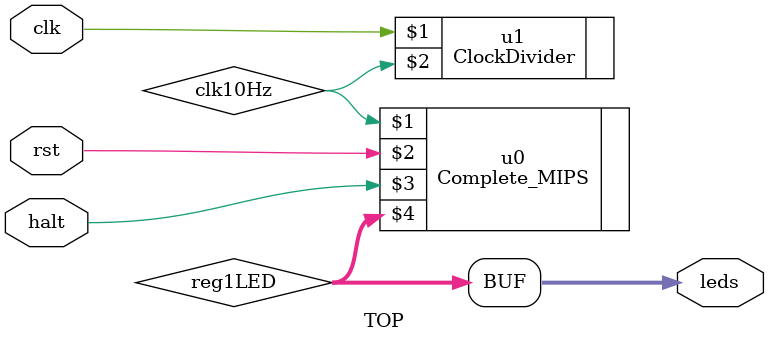
<source format=v>
module TOP(clk, rst, halt, leds);
input clk, rst, halt;
output [7:0] leds;
wire [7:0] reg1LED;
wire Reset,Halt;
wire clk10Hz;
wire A_Out, D_Out;

assign leds = reg1LED;

Complete_MIPS u0(clk10Hz, rst, halt, reg1LED);
ClockDivider u1(clk, clk10Hz);

endmodule

</source>
